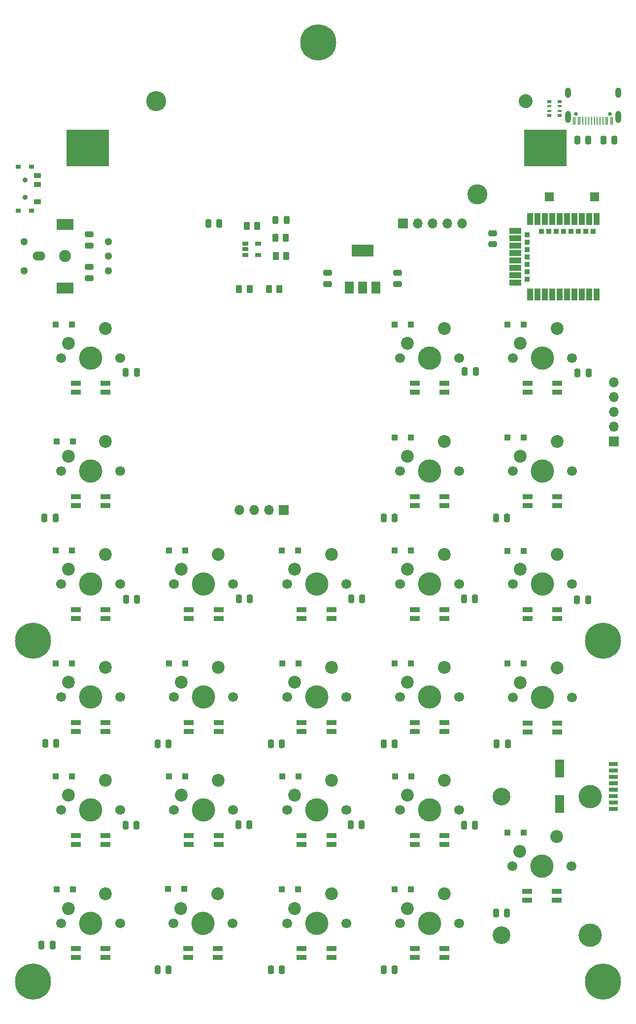
<source format=gbr>
%TF.GenerationSoftware,KiCad,Pcbnew,(5.99.0-9526-g5c17ff0595)*%
%TF.CreationDate,2021-07-05T19:36:55-05:00*%
%TF.ProjectId,Cafebabe,43616665-6261-4626-952e-6b696361645f,rev?*%
%TF.SameCoordinates,Original*%
%TF.FileFunction,Soldermask,Bot*%
%TF.FilePolarity,Negative*%
%FSLAX46Y46*%
G04 Gerber Fmt 4.6, Leading zero omitted, Abs format (unit mm)*
G04 Created by KiCad (PCBNEW (5.99.0-9526-g5c17ff0595)) date 2021-07-05 19:36:55*
%MOMM*%
%LPD*%
G01*
G04 APERTURE LIST*
G04 Aperture macros list*
%AMRoundRect*
0 Rectangle with rounded corners*
0 $1 Rounding radius*
0 $2 $3 $4 $5 $6 $7 $8 $9 X,Y pos of 4 corners*
0 Add a 4 corners polygon primitive as box body*
4,1,4,$2,$3,$4,$5,$6,$7,$8,$9,$2,$3,0*
0 Add four circle primitives for the rounded corners*
1,1,$1+$1,$2,$3*
1,1,$1+$1,$4,$5*
1,1,$1+$1,$6,$7*
1,1,$1+$1,$8,$9*
0 Add four rect primitives between the rounded corners*
20,1,$1+$1,$2,$3,$4,$5,0*
20,1,$1+$1,$4,$5,$6,$7,0*
20,1,$1+$1,$6,$7,$8,$9,0*
20,1,$1+$1,$8,$9,$2,$3,0*%
G04 Aperture macros list end*
%ADD10C,1.700000*%
%ADD11C,4.000000*%
%ADD12C,2.200000*%
%ADD13R,3.000000X1.900000*%
%ADD14C,2.050000*%
%ADD15O,2.200000X1.550000*%
%ADD16C,1.300000*%
%ADD17C,6.200000*%
%ADD18C,3.050000*%
%ADD19R,1.700000X1.700000*%
%ADD20O,1.700000X1.700000*%
%ADD21R,1.800000X0.820000*%
%ADD22RoundRect,0.250000X-0.250000X-0.475000X0.250000X-0.475000X0.250000X0.475000X-0.250000X0.475000X0*%
%ADD23RoundRect,0.250000X0.262500X0.450000X-0.262500X0.450000X-0.262500X-0.450000X0.262500X-0.450000X0*%
%ADD24R,1.100000X1.100000*%
%ADD25RoundRect,0.250000X0.250000X0.475000X-0.250000X0.475000X-0.250000X-0.475000X0.250000X-0.475000X0*%
%ADD26C,0.650000*%
%ADD27R,0.250000X1.400000*%
%ADD28O,1.000000X1.800000*%
%ADD29O,1.000000X2.100000*%
%ADD30RoundRect,0.250000X-0.262500X-0.450000X0.262500X-0.450000X0.262500X0.450000X-0.262500X0.450000X0*%
%ADD31RoundRect,0.250000X-0.475000X0.250000X-0.475000X-0.250000X0.475000X-0.250000X0.475000X0.250000X0*%
%ADD32RoundRect,0.250000X0.475000X-0.250000X0.475000X0.250000X-0.475000X0.250000X-0.475000X-0.250000X0*%
%ADD33R,1.000000X2.000000*%
%ADD34R,2.000000X1.000000*%
%ADD35R,0.900000X0.900000*%
%ADD36R,0.800000X0.500000*%
%ADD37R,0.800000X0.400000*%
%ADD38R,1.500000X1.500000*%
%ADD39C,0.900000*%
%ADD40R,1.250000X0.900000*%
%ADD41R,0.900000X0.800000*%
%ADD42RoundRect,0.243750X-0.243750X-0.456250X0.243750X-0.456250X0.243750X0.456250X-0.243750X0.456250X0*%
%ADD43R,1.500000X3.100000*%
%ADD44R,1.500000X0.800000*%
%ADD45R,1.060000X0.650000*%
%ADD46C,3.450000*%
%ADD47C,2.390000*%
%ADD48R,7.340000X6.350000*%
%ADD49R,1.500000X2.000000*%
%ADD50R,3.800000X2.000000*%
G04 APERTURE END LIST*
D10*
%TO.C,SW23*%
X134580000Y-174074000D03*
D11*
X129500000Y-174074000D03*
D10*
X124420000Y-174074000D03*
D12*
X132040000Y-168994000D03*
X125690000Y-171534000D03*
%TD*%
D11*
%TO.C,SW3*%
X71300000Y-77074000D03*
D10*
X76380000Y-77074000D03*
X66220000Y-77074000D03*
D12*
X73840000Y-71994000D03*
X67490000Y-74534000D03*
%TD*%
D13*
%TO.C,SW2*%
X66850000Y-54100000D03*
D14*
X66850000Y-59600000D03*
D13*
X66850000Y-65100000D03*
D15*
X62350000Y-59600000D03*
D16*
X74350000Y-62100000D03*
X74350000Y-57100000D03*
X74350000Y-59600000D03*
X59850000Y-62100000D03*
X59850000Y-57100000D03*
%TD*%
D10*
%TO.C,SW22*%
X134580000Y-154674000D03*
X124420000Y-154674000D03*
D11*
X129500000Y-154674000D03*
D12*
X132040000Y-149594000D03*
X125690000Y-152134000D03*
%TD*%
D17*
%TO.C,REF\u002A\u002A*%
X159300000Y-125600000D03*
%TD*%
D11*
%TO.C,SW27*%
X148860000Y-164274000D03*
D10*
X153940000Y-164274000D03*
D18*
X141860000Y-152374000D03*
D10*
X143780000Y-164274000D03*
D18*
X141860000Y-176174000D03*
D11*
X157100000Y-176174000D03*
X157100000Y-152374000D03*
D12*
X151400000Y-159194000D03*
X145050000Y-161734000D03*
%TD*%
D11*
%TO.C,SW16*%
X110100000Y-135274000D03*
D10*
X115180000Y-135274000D03*
X105020000Y-135274000D03*
D12*
X112640000Y-130194000D03*
X106290000Y-132734000D03*
%TD*%
D17*
%TO.C,REF\u002A\u002A*%
X110378000Y-22900000D03*
%TD*%
D19*
%TO.C,J4*%
X104450000Y-103200000D03*
D20*
X101910000Y-103200000D03*
X99370000Y-103200000D03*
X96830000Y-103200000D03*
%TD*%
D11*
%TO.C,SW21*%
X129500000Y-135274000D03*
D10*
X124420000Y-135274000D03*
X134580000Y-135274000D03*
D12*
X132040000Y-130194000D03*
X125690000Y-132734000D03*
%TD*%
D10*
%TO.C,SW12*%
X95780000Y-154674000D03*
X85620000Y-154674000D03*
D11*
X90700000Y-154674000D03*
D12*
X93240000Y-149594000D03*
X86890000Y-152134000D03*
%TD*%
D10*
%TO.C,SW18*%
X134580000Y-77074000D03*
D11*
X129500000Y-77074000D03*
D10*
X124420000Y-77074000D03*
D12*
X132040000Y-71994000D03*
X125690000Y-74534000D03*
%TD*%
D11*
%TO.C,SW25*%
X148900000Y-96474000D03*
D10*
X153980000Y-96474000D03*
X143820000Y-96474000D03*
D12*
X151440000Y-91394000D03*
X145090000Y-93934000D03*
%TD*%
D10*
%TO.C,SW11*%
X85620000Y-135274000D03*
D11*
X90700000Y-135274000D03*
D10*
X95780000Y-135274000D03*
D12*
X93240000Y-130194000D03*
X86890000Y-132734000D03*
%TD*%
D10*
%TO.C,SW14*%
X153980000Y-135300000D03*
X143820000Y-135300000D03*
D11*
X148900000Y-135300000D03*
D12*
X151440000Y-130220000D03*
X145090000Y-132760000D03*
%TD*%
D10*
%TO.C,SW26*%
X143820000Y-115900000D03*
X153980000Y-115900000D03*
D11*
X148900000Y-115900000D03*
D12*
X151440000Y-110820000D03*
X145090000Y-113360000D03*
%TD*%
D11*
%TO.C,SW13*%
X90600000Y-174080000D03*
D10*
X95680000Y-174080000D03*
X85520000Y-174080000D03*
D12*
X93140000Y-169000000D03*
X86790000Y-171540000D03*
%TD*%
D17*
%TO.C,REF\u002A\u002A*%
X61400000Y-184100000D03*
%TD*%
D11*
%TO.C,SW24*%
X148900000Y-77074000D03*
D10*
X143820000Y-77074000D03*
X153980000Y-77074000D03*
D12*
X151440000Y-71994000D03*
X145090000Y-74534000D03*
%TD*%
D11*
%TO.C,SW6*%
X71300000Y-135274000D03*
D10*
X66220000Y-135274000D03*
X76380000Y-135274000D03*
D12*
X73840000Y-130194000D03*
X67490000Y-132734000D03*
%TD*%
D17*
%TO.C,REF\u002A\u002A*%
X159300000Y-184100000D03*
%TD*%
D10*
%TO.C,SW4*%
X76380000Y-96474000D03*
X66220000Y-96474000D03*
D11*
X71300000Y-96474000D03*
D12*
X73840000Y-91394000D03*
X67490000Y-93934000D03*
%TD*%
D10*
%TO.C,SW17*%
X105020000Y-154674000D03*
D11*
X110100000Y-154674000D03*
D10*
X115180000Y-154674000D03*
D12*
X112640000Y-149594000D03*
X106290000Y-152134000D03*
%TD*%
D10*
%TO.C,SW19*%
X134580000Y-96474000D03*
X124420000Y-96474000D03*
D11*
X129500000Y-96474000D03*
D12*
X132040000Y-91394000D03*
X125690000Y-93934000D03*
%TD*%
D10*
%TO.C,SW20*%
X134580000Y-115874000D03*
D11*
X129500000Y-115874000D03*
D10*
X124420000Y-115874000D03*
D12*
X132040000Y-110794000D03*
X125690000Y-113334000D03*
%TD*%
D10*
%TO.C,SW8*%
X66220000Y-174074000D03*
D11*
X71300000Y-174074000D03*
D10*
X76380000Y-174074000D03*
D12*
X73840000Y-168994000D03*
X67490000Y-171534000D03*
%TD*%
D11*
%TO.C,SW7*%
X71300000Y-154674000D03*
D10*
X66220000Y-154674000D03*
X76380000Y-154674000D03*
D12*
X73840000Y-149594000D03*
X67490000Y-152134000D03*
%TD*%
D10*
%TO.C,SW10*%
X95780000Y-115874000D03*
D11*
X90700000Y-115874000D03*
D10*
X85620000Y-115874000D03*
D12*
X93240000Y-110794000D03*
X86890000Y-113334000D03*
%TD*%
D11*
%TO.C,SW9*%
X110100000Y-174100000D03*
D10*
X115180000Y-174100000D03*
X105020000Y-174100000D03*
D12*
X112640000Y-169020000D03*
X106290000Y-171560000D03*
%TD*%
D10*
%TO.C,SW5*%
X66220000Y-115874000D03*
X76380000Y-115874000D03*
D11*
X71300000Y-115874000D03*
D12*
X73840000Y-110794000D03*
X67490000Y-113334000D03*
%TD*%
D10*
%TO.C,SW15*%
X115180000Y-115874000D03*
D11*
X110100000Y-115874000D03*
D10*
X105020000Y-115874000D03*
D12*
X112640000Y-110794000D03*
X106290000Y-113334000D03*
%TD*%
D17*
%TO.C,REF\u002A\u002A*%
X61400000Y-125600000D03*
%TD*%
D21*
%TO.C,D21*%
X93250000Y-121775000D03*
X93250000Y-120240000D03*
X88150000Y-120240000D03*
X88150000Y-121775000D03*
%TD*%
%TO.C,D22*%
X93250000Y-160575000D03*
X93250000Y-159040000D03*
X88150000Y-159040000D03*
X88150000Y-160575000D03*
%TD*%
D22*
%TO.C,C14*%
X82750000Y-143300000D03*
X84650000Y-143300000D03*
%TD*%
D23*
%TO.C,R2*%
X104912500Y-59600000D03*
X103087500Y-59600000D03*
%TD*%
D24*
%TO.C,D36*%
X84700000Y-148900000D03*
X87500000Y-148900000D03*
%TD*%
D25*
%TO.C,C13*%
X156850000Y-79600000D03*
X154950000Y-79600000D03*
%TD*%
D22*
%TO.C,C23*%
X62850000Y-177800000D03*
X64750000Y-177800000D03*
%TD*%
D23*
%TO.C,R3*%
X99912500Y-54400000D03*
X98087500Y-54400000D03*
%TD*%
D24*
%TO.C,D33*%
X104100000Y-168300000D03*
X106900000Y-168300000D03*
%TD*%
D21*
%TO.C,D10*%
X107550000Y-178425000D03*
X107550000Y-179960000D03*
X112650000Y-179960000D03*
X112650000Y-178425000D03*
%TD*%
D24*
%TO.C,D41*%
X104200000Y-148900000D03*
X107000000Y-148900000D03*
%TD*%
%TO.C,D49*%
X142900000Y-90700000D03*
X145700000Y-90700000D03*
%TD*%
D21*
%TO.C,D13*%
X88050000Y-178425000D03*
X88050000Y-179960000D03*
X93150000Y-179960000D03*
X93150000Y-178425000D03*
%TD*%
%TO.C,D7*%
X126950000Y-178425000D03*
X126950000Y-179960000D03*
X132050000Y-179960000D03*
X132050000Y-178425000D03*
%TD*%
D22*
%TO.C,C18*%
X140950000Y-104500000D03*
X142850000Y-104500000D03*
%TD*%
D24*
%TO.C,D37*%
X84600000Y-168200000D03*
X87400000Y-168200000D03*
%TD*%
D21*
%TO.C,D19*%
X73850000Y-121775000D03*
X73850000Y-120240000D03*
X68750000Y-120240000D03*
X68750000Y-121775000D03*
%TD*%
D19*
%TO.C,J1*%
X124925000Y-54000000D03*
D20*
X127465000Y-54000000D03*
X130005000Y-54000000D03*
X132545000Y-54000000D03*
X135085000Y-54000000D03*
%TD*%
D22*
%TO.C,C9*%
X140950000Y-172300000D03*
X142850000Y-172300000D03*
%TD*%
D25*
%TO.C,C30*%
X117950000Y-118400000D03*
X116050000Y-118400000D03*
%TD*%
%TO.C,C3*%
X156800000Y-39700000D03*
X154900000Y-39700000D03*
%TD*%
D22*
%TO.C,C12*%
X121650000Y-182100000D03*
X123550000Y-182100000D03*
%TD*%
D21*
%TO.C,D24*%
X112650000Y-160575000D03*
X112650000Y-159040000D03*
X107550000Y-159040000D03*
X107550000Y-160575000D03*
%TD*%
D24*
%TO.C,D38*%
X142900000Y-129500000D03*
X145700000Y-129500000D03*
%TD*%
D21*
%TO.C,D16*%
X68750000Y-178425000D03*
X68750000Y-179960000D03*
X73850000Y-179960000D03*
X73850000Y-178425000D03*
%TD*%
D22*
%TO.C,C25*%
X141050000Y-143300000D03*
X142950000Y-143300000D03*
%TD*%
D26*
%TO.C,P1*%
X160490000Y-35187500D03*
X154710000Y-35187500D03*
D27*
X154275000Y-36387500D03*
X155075000Y-36387500D03*
X156350000Y-36387500D03*
X157350000Y-36387500D03*
X157850000Y-36387500D03*
X155850000Y-36387500D03*
X160125000Y-36387500D03*
X160925000Y-36387500D03*
X160675000Y-36387500D03*
X159875000Y-36387500D03*
X159350000Y-36387500D03*
X158350000Y-36387500D03*
X156850000Y-36387500D03*
X158850000Y-36387500D03*
X155325000Y-36387500D03*
X154525000Y-36387500D03*
D28*
X161920000Y-31537500D03*
X153280000Y-31537500D03*
D29*
X153280000Y-35687500D03*
X161920000Y-35687500D03*
%TD*%
D24*
%TO.C,D40*%
X104200000Y-129500000D03*
X107000000Y-129500000D03*
%TD*%
%TO.C,D48*%
X142900000Y-71300000D03*
X145700000Y-71300000D03*
%TD*%
%TO.C,D28*%
X65400000Y-91400000D03*
X68200000Y-91400000D03*
%TD*%
%TO.C,D43*%
X123500000Y-90700000D03*
X126300000Y-90700000D03*
%TD*%
D30*
%TO.C,C34*%
X96800000Y-65200000D03*
X98625000Y-65200000D03*
%TD*%
D24*
%TO.C,D31*%
X65300000Y-148900000D03*
X68100000Y-148900000D03*
%TD*%
D25*
%TO.C,C7*%
X79200000Y-79500000D03*
X77300000Y-79500000D03*
%TD*%
D24*
%TO.C,D51*%
X142900000Y-158500000D03*
X145700000Y-158500000D03*
%TD*%
D25*
%TO.C,C29*%
X98550000Y-157200000D03*
X96650000Y-157200000D03*
%TD*%
D24*
%TO.C,D39*%
X104100000Y-110100000D03*
X106900000Y-110100000D03*
%TD*%
D25*
%TO.C,C32*%
X137350000Y-118400000D03*
X135450000Y-118400000D03*
%TD*%
%TO.C,C31*%
X117850000Y-157200000D03*
X115950000Y-157200000D03*
%TD*%
D30*
%TO.C,C35*%
X101887500Y-65200000D03*
X103712500Y-65200000D03*
%TD*%
D25*
%TO.C,C28*%
X98650000Y-118400000D03*
X96750000Y-118400000D03*
%TD*%
D24*
%TO.C,D42*%
X123500000Y-71300000D03*
X126300000Y-71300000D03*
%TD*%
D25*
%TO.C,C10*%
X137450000Y-79400000D03*
X135550000Y-79400000D03*
%TD*%
D24*
%TO.C,D46*%
X123600000Y-148900000D03*
X126400000Y-148900000D03*
%TD*%
%TO.C,D45*%
X123500000Y-129500000D03*
X126300000Y-129500000D03*
%TD*%
D22*
%TO.C,C22*%
X121650000Y-143300000D03*
X123550000Y-143300000D03*
%TD*%
D31*
%TO.C,C16*%
X71000000Y-55850000D03*
X71000000Y-57750000D03*
%TD*%
D24*
%TO.C,D29*%
X65300000Y-110100000D03*
X68100000Y-110100000D03*
%TD*%
%TO.C,D30*%
X65300000Y-129500000D03*
X68100000Y-129500000D03*
%TD*%
D22*
%TO.C,C11*%
X63450000Y-143200000D03*
X65350000Y-143200000D03*
%TD*%
D21*
%TO.C,D2*%
X68750000Y-81425000D03*
X68750000Y-82960000D03*
X73850000Y-82960000D03*
X73850000Y-81425000D03*
%TD*%
D24*
%TO.C,D35*%
X84700000Y-129500000D03*
X87500000Y-129500000D03*
%TD*%
D21*
%TO.C,D26*%
X132050000Y-160575000D03*
X132050000Y-159040000D03*
X126950000Y-159040000D03*
X126950000Y-160575000D03*
%TD*%
%TO.C,D12*%
X107550000Y-139625000D03*
X107550000Y-141160000D03*
X112650000Y-141160000D03*
X112650000Y-139625000D03*
%TD*%
D25*
%TO.C,C8*%
X156750000Y-118600000D03*
X154850000Y-118600000D03*
%TD*%
D21*
%TO.C,D25*%
X132050000Y-121775000D03*
X132050000Y-120240000D03*
X126950000Y-120240000D03*
X126950000Y-121775000D03*
%TD*%
D22*
%TO.C,C15*%
X102250000Y-182100000D03*
X104150000Y-182100000D03*
%TD*%
D24*
%TO.C,D44*%
X123500000Y-110100000D03*
X126300000Y-110100000D03*
%TD*%
D21*
%TO.C,D20*%
X73850000Y-160575000D03*
X73850000Y-159040000D03*
X68750000Y-159040000D03*
X68750000Y-160575000D03*
%TD*%
D32*
%TO.C,C4*%
X112000000Y-64350000D03*
X112000000Y-62450000D03*
%TD*%
D25*
%TO.C,C27*%
X79150000Y-157300000D03*
X77250000Y-157300000D03*
%TD*%
D24*
%TO.C,D32*%
X65400000Y-168300000D03*
X68200000Y-168300000D03*
%TD*%
D33*
%TO.C,U3*%
X158248250Y-66200000D03*
X156978250Y-66200000D03*
X155708250Y-66200000D03*
X154438250Y-66200000D03*
X153168250Y-66200000D03*
X151898250Y-66200000D03*
X150628250Y-66200000D03*
X149358250Y-66200000D03*
X148088250Y-66200000D03*
X146818250Y-66200000D03*
D34*
X144218250Y-64140000D03*
D35*
X146318250Y-63510000D03*
D34*
X144218250Y-62870000D03*
D35*
X146318250Y-62240000D03*
D34*
X144218250Y-61600000D03*
D35*
X146318250Y-60970000D03*
D34*
X144218250Y-60330000D03*
D35*
X146318250Y-59700000D03*
D34*
X144218250Y-59060000D03*
D35*
X146318250Y-58430000D03*
D34*
X144218250Y-57790000D03*
D35*
X146318250Y-57160000D03*
D34*
X144218250Y-56520000D03*
D35*
X146318250Y-55890000D03*
D34*
X144218250Y-55250000D03*
D33*
X146818250Y-53200000D03*
X148088250Y-53200000D03*
D35*
X148723250Y-55300000D03*
D33*
X149358250Y-53200000D03*
D35*
X149993250Y-55300000D03*
D33*
X150628250Y-53200000D03*
D35*
X151263250Y-55300000D03*
D33*
X151898250Y-53200000D03*
D35*
X152533250Y-55300000D03*
D33*
X153168250Y-53200000D03*
D35*
X153803250Y-55300000D03*
D33*
X154438250Y-53200000D03*
D35*
X155073250Y-55300000D03*
D33*
X155708250Y-53200000D03*
D35*
X156343250Y-55300000D03*
D33*
X156978250Y-53200000D03*
D35*
X157613250Y-55300000D03*
D33*
X158248250Y-53200000D03*
%TD*%
D24*
%TO.C,D47*%
X123500000Y-168300000D03*
X126300000Y-168300000D03*
%TD*%
D36*
%TO.C,RN1*%
X150100000Y-35450000D03*
D37*
X150100000Y-34650000D03*
X150100000Y-33850000D03*
D36*
X150100000Y-33050000D03*
X151900000Y-33050000D03*
D37*
X151900000Y-33850000D03*
X151900000Y-34650000D03*
D36*
X151900000Y-35450000D03*
%TD*%
D22*
%TO.C,C20*%
X82750000Y-182100000D03*
X84650000Y-182100000D03*
%TD*%
%TO.C,C21*%
X121650000Y-104500000D03*
X123550000Y-104500000D03*
%TD*%
D25*
%TO.C,C26*%
X79250000Y-118500000D03*
X77350000Y-118500000D03*
%TD*%
D21*
%TO.C,D15*%
X88150000Y-139625000D03*
X88150000Y-141160000D03*
X93250000Y-141160000D03*
X93250000Y-139625000D03*
%TD*%
%TO.C,D5*%
X126950000Y-81425000D03*
X126950000Y-82960000D03*
X132050000Y-82960000D03*
X132050000Y-81425000D03*
%TD*%
%TO.C,D14*%
X132050000Y-102375000D03*
X132050000Y-100840000D03*
X126950000Y-100840000D03*
X126950000Y-102375000D03*
%TD*%
%TO.C,D6*%
X146350000Y-139725000D03*
X146350000Y-141260000D03*
X151450000Y-141260000D03*
X151450000Y-139725000D03*
%TD*%
%TO.C,D8*%
X146350000Y-81425000D03*
X146350000Y-82960000D03*
X151450000Y-82960000D03*
X151450000Y-81425000D03*
%TD*%
D38*
%TO.C,SW1*%
X157900000Y-49400000D03*
X150100000Y-49400000D03*
%TD*%
D39*
%TO.C,Power->1*%
X60000000Y-49500000D03*
X60000000Y-46500000D03*
D40*
X62125000Y-45750000D03*
X62125000Y-47250000D03*
X62125000Y-50250000D03*
D41*
X61150000Y-44200000D03*
X58850000Y-44200000D03*
X61150000Y-51810000D03*
X58850000Y-51800000D03*
%TD*%
D21*
%TO.C,D9*%
X126950000Y-139625000D03*
X126950000Y-141160000D03*
X132050000Y-141160000D03*
X132050000Y-139625000D03*
%TD*%
D25*
%TO.C,C1*%
X93400000Y-54000000D03*
X91500000Y-54000000D03*
%TD*%
D31*
%TO.C,C5*%
X124000000Y-62450000D03*
X124000000Y-64350000D03*
%TD*%
D21*
%TO.C,D4*%
X146250000Y-168625000D03*
X146250000Y-170160000D03*
X151350000Y-170160000D03*
X151350000Y-168625000D03*
%TD*%
D24*
%TO.C,D27*%
X65300000Y-71300000D03*
X68100000Y-71300000D03*
%TD*%
D23*
%TO.C,R1*%
X104825000Y-56400000D03*
X103000000Y-56400000D03*
%TD*%
D19*
%TO.C,J3*%
X161200000Y-91420000D03*
D20*
X161200000Y-88880000D03*
X161200000Y-86340000D03*
X161200000Y-83800000D03*
X161200000Y-81260000D03*
%TD*%
D21*
%TO.C,D18*%
X68750000Y-139625000D03*
X68750000Y-141160000D03*
X73850000Y-141160000D03*
X73850000Y-139625000D03*
%TD*%
D31*
%TO.C,C17*%
X71000000Y-61450000D03*
X71000000Y-63350000D03*
%TD*%
%TO.C,C6*%
X140400000Y-55650000D03*
X140400000Y-57550000D03*
%TD*%
D25*
%TO.C,C33*%
X137350000Y-157300000D03*
X135450000Y-157300000D03*
%TD*%
D21*
%TO.C,D11*%
X151450000Y-102375000D03*
X151450000Y-100840000D03*
X146350000Y-100840000D03*
X146350000Y-102375000D03*
%TD*%
D24*
%TO.C,D50*%
X142900000Y-110200000D03*
X145700000Y-110200000D03*
%TD*%
D42*
%TO.C,D1*%
X103062500Y-53400000D03*
X104937500Y-53400000D03*
%TD*%
D43*
%TO.C,J5*%
X151845000Y-153623687D03*
X151845000Y-147563687D03*
D44*
X161095000Y-154443687D03*
X161095000Y-153343687D03*
X161095000Y-152243687D03*
X161095000Y-151143687D03*
X161095000Y-150043687D03*
X161095000Y-148943687D03*
X161095000Y-147843687D03*
X161095000Y-146743687D03*
%TD*%
D24*
%TO.C,D34*%
X84700000Y-110100000D03*
X87500000Y-110100000D03*
%TD*%
D45*
%TO.C,U1*%
X97900000Y-59350000D03*
X97900000Y-58400000D03*
X97900000Y-57450000D03*
X100100000Y-57450000D03*
X100100000Y-59350000D03*
%TD*%
D21*
%TO.C,D3*%
X151450000Y-121775000D03*
X151450000Y-120240000D03*
X146350000Y-120240000D03*
X146350000Y-121775000D03*
%TD*%
%TO.C,D17*%
X73850000Y-102375000D03*
X73850000Y-100840000D03*
X68750000Y-100840000D03*
X68750000Y-102375000D03*
%TD*%
D46*
%TO.C,BT1*%
X82500000Y-33000000D03*
D47*
X146030000Y-33000000D03*
D46*
X137700000Y-49000000D03*
D48*
X149430000Y-41000000D03*
X70770000Y-41000000D03*
%TD*%
D49*
%TO.C,U2*%
X120300000Y-64950000D03*
X118000000Y-64950000D03*
D50*
X118000000Y-58650000D03*
D49*
X115700000Y-64950000D03*
%TD*%
D22*
%TO.C,C2*%
X159400000Y-39700000D03*
X161300000Y-39700000D03*
%TD*%
%TO.C,C24*%
X63350000Y-104500000D03*
X65250000Y-104500000D03*
%TD*%
D21*
%TO.C,D23*%
X112650000Y-121775000D03*
X112650000Y-120240000D03*
X107550000Y-120240000D03*
X107550000Y-121775000D03*
%TD*%
D22*
%TO.C,C19*%
X102250000Y-143300000D03*
X104150000Y-143300000D03*
%TD*%
M02*

</source>
